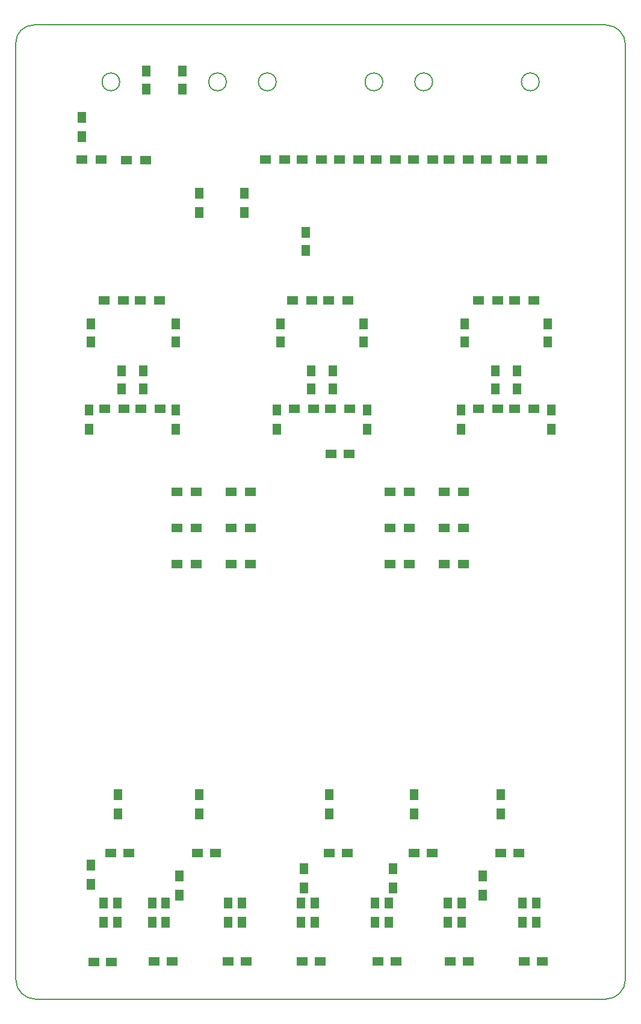
<source format=gbr>
G04 #@! TF.FileFunction,Paste,Bot*
%FSLAX46Y46*%
G04 Gerber Fmt 4.6, Leading zero omitted, Abs format (unit mm)*
G04 Created by KiCad (PCBNEW 4.0.6-e0-6349~53~ubuntu16.04.1) date Sat Aug 19 19:33:35 2017*
%MOMM*%
%LPD*%
G01*
G04 APERTURE LIST*
%ADD10C,0.100000*%
%ADD11C,0.150000*%
%ADD12R,1.250000X1.500000*%
%ADD13R,1.500000X1.250000*%
%ADD14R,1.500000X1.300000*%
%ADD15R,1.300000X1.500000*%
G04 APERTURE END LIST*
D10*
D11*
X115125000Y-33750000D02*
G75*
G03X115125000Y-33750000I-1250000J0D01*
G01*
X100125000Y-33750000D02*
G75*
G03X100125000Y-33750000I-1250000J0D01*
G01*
X93125000Y-33750000D02*
G75*
G03X93125000Y-33750000I-1250000J0D01*
G01*
X78125000Y-33750000D02*
G75*
G03X78125000Y-33750000I-1250000J0D01*
G01*
X56125000Y-33750000D02*
G75*
G03X56125000Y-33750000I-1250000J0D01*
G01*
X71125000Y-33750000D02*
G75*
G03X71125000Y-33750000I-1250000J0D01*
G01*
X124500000Y-162750000D02*
G75*
G03X127250000Y-160000000I0J2750000D01*
G01*
X44250000Y-162750000D02*
X124500000Y-162750000D01*
X127250000Y-28500000D02*
X127250000Y-160000000D01*
X127250000Y-28500000D02*
G75*
G03X124500000Y-25750000I-2750000J0D01*
G01*
X44000000Y-25750000D02*
X124500000Y-25750000D01*
X44000000Y-25750000D02*
G75*
G03X41500000Y-28250000I0J-2500000D01*
G01*
X41500000Y-160000000D02*
X41500000Y-28250000D01*
X41500000Y-160000000D02*
G75*
G03X44250000Y-162750000I2750000J0D01*
G01*
D12*
X59811000Y-32246000D03*
X59811000Y-34746000D03*
X64891000Y-34746000D03*
X64891000Y-32246000D03*
X82296000Y-54928200D03*
X82296000Y-57428200D03*
X52038000Y-67806000D03*
X52038000Y-70306000D03*
X56372000Y-76910000D03*
X56372000Y-74410000D03*
X59420000Y-76910000D03*
X59420000Y-74410000D03*
X63976000Y-70306000D03*
X63976000Y-67806000D03*
X78740000Y-67806000D03*
X78740000Y-70306000D03*
X83058000Y-76910000D03*
X83058000Y-74410000D03*
X86106000Y-76910000D03*
X86106000Y-74410000D03*
X90424000Y-70306000D03*
X90424000Y-67806000D03*
X104664000Y-67806000D03*
X104664000Y-70306000D03*
X108982000Y-76910000D03*
X108982000Y-74410000D03*
X112030000Y-76910000D03*
X112030000Y-74410000D03*
X116348000Y-70306000D03*
X116348000Y-67806000D03*
D13*
X88372000Y-86106000D03*
X85872000Y-86106000D03*
X54971000Y-157575000D03*
X52471000Y-157575000D03*
X54884000Y-142208000D03*
X57384000Y-142208000D03*
X60980000Y-157448000D03*
X63480000Y-157448000D03*
X67076000Y-142208000D03*
X69576000Y-142208000D03*
X71394000Y-157448000D03*
X73894000Y-157448000D03*
X81808000Y-157448000D03*
X84308000Y-157448000D03*
X85618000Y-142208000D03*
X88118000Y-142208000D03*
X92476000Y-157448000D03*
X94976000Y-157448000D03*
X97556000Y-142208000D03*
X100056000Y-142208000D03*
X102636000Y-157448000D03*
X105136000Y-157448000D03*
X109748000Y-142208000D03*
X112248000Y-142208000D03*
X113050000Y-157448000D03*
X115550000Y-157448000D03*
D14*
X94870000Y-44672000D03*
X92170000Y-44672000D03*
D15*
X50800000Y-41450000D03*
X50800000Y-38750000D03*
D14*
X115475000Y-44672000D03*
X112775000Y-44672000D03*
D15*
X114706400Y-151940000D03*
X114706400Y-149240000D03*
X109728000Y-136700000D03*
X109728000Y-134000000D03*
X104190800Y-151940000D03*
X104190800Y-149240000D03*
X97536000Y-136700000D03*
X97536000Y-134000000D03*
X112776000Y-149240000D03*
X112776000Y-151940000D03*
X107188000Y-148130000D03*
X107188000Y-145430000D03*
X102260400Y-149240000D03*
X102260400Y-151940000D03*
X94526000Y-147114000D03*
X94526000Y-144414000D03*
X91998800Y-151940000D03*
X91998800Y-149240000D03*
X85598000Y-136700000D03*
X85598000Y-134000000D03*
X81635600Y-151940000D03*
X81635600Y-149240000D03*
X73304400Y-151940000D03*
X73304400Y-149240000D03*
X93954600Y-149240000D03*
X93954600Y-151940000D03*
X82042000Y-147114000D03*
X82042000Y-144414000D03*
X83566000Y-149240000D03*
X83566000Y-151940000D03*
X71374000Y-149240000D03*
X71374000Y-151940000D03*
X67310000Y-136700000D03*
X67310000Y-134000000D03*
X60706000Y-151940000D03*
X60706000Y-149240000D03*
X55864000Y-136700000D03*
X55864000Y-134000000D03*
X53834800Y-151940000D03*
X53834800Y-149240000D03*
X64465200Y-148130000D03*
X64465200Y-145430000D03*
X62534800Y-149240000D03*
X62534800Y-151940000D03*
X52070000Y-146606000D03*
X52070000Y-143906000D03*
X55816000Y-149240000D03*
X55816000Y-151940000D03*
D14*
X104474000Y-101568000D03*
X101774000Y-101568000D03*
X96854000Y-101568000D03*
X94154000Y-101568000D03*
X114396000Y-79724000D03*
X111696000Y-79724000D03*
X111696000Y-64484000D03*
X114396000Y-64484000D03*
X104474000Y-96488000D03*
X101774000Y-96488000D03*
X106616000Y-79724000D03*
X109316000Y-79724000D03*
X96854000Y-96488000D03*
X94154000Y-96488000D03*
X106616000Y-64484000D03*
X109316000Y-64484000D03*
D15*
X116856000Y-79898000D03*
X116856000Y-82598000D03*
X104156000Y-79898000D03*
X104156000Y-82598000D03*
D14*
X104474000Y-91408000D03*
X101774000Y-91408000D03*
X96854000Y-91408000D03*
X94154000Y-91408000D03*
X88472000Y-79724000D03*
X85772000Y-79724000D03*
X85518000Y-64484000D03*
X88218000Y-64484000D03*
X64182000Y-101568000D03*
X66882000Y-101568000D03*
X80692000Y-79724000D03*
X83392000Y-79724000D03*
X71802000Y-101568000D03*
X74502000Y-101568000D03*
X80438000Y-64484000D03*
X83138000Y-64484000D03*
D15*
X90932000Y-79898000D03*
X90932000Y-82598000D03*
X78232000Y-79898000D03*
X78232000Y-82598000D03*
D14*
X64182000Y-91408000D03*
X66882000Y-91408000D03*
X71802000Y-91408000D03*
X74502000Y-91408000D03*
X61770000Y-79724000D03*
X59070000Y-79724000D03*
X59006000Y-64484000D03*
X61706000Y-64484000D03*
X64182000Y-96488000D03*
X66882000Y-96488000D03*
X53990000Y-79724000D03*
X56690000Y-79724000D03*
X71802000Y-96488000D03*
X74502000Y-96488000D03*
X53926000Y-64484000D03*
X56626000Y-64484000D03*
D15*
X63976000Y-79898000D03*
X63976000Y-82598000D03*
X51784000Y-79898000D03*
X51784000Y-82598000D03*
D14*
X102425000Y-44672000D03*
X105125000Y-44672000D03*
X81764000Y-44672000D03*
X84464000Y-44672000D03*
D15*
X73660000Y-52102000D03*
X73660000Y-49402000D03*
X67310000Y-49402000D03*
X67310000Y-52102000D03*
D14*
X100156000Y-44672000D03*
X97456000Y-44672000D03*
X110375333Y-44672000D03*
X107675333Y-44672000D03*
X79328000Y-44672000D03*
X76628000Y-44672000D03*
X53500000Y-44672000D03*
X50800000Y-44672000D03*
X89750000Y-44672000D03*
X87050000Y-44672000D03*
X57070000Y-44722000D03*
X59770000Y-44722000D03*
M02*

</source>
